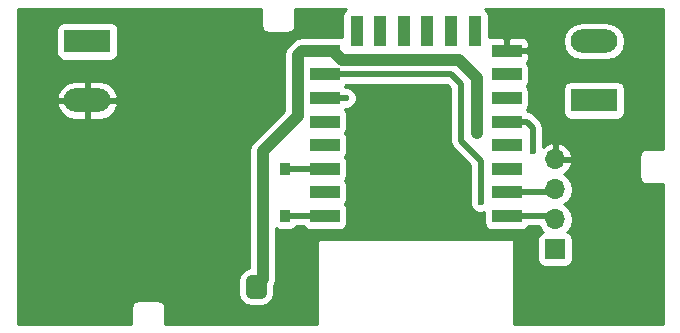
<source format=gbl>
G04 #@! TF.FileFunction,Copper,L2,Bot,Signal*
%FSLAX46Y46*%
G04 Gerber Fmt 4.6, Leading zero omitted, Abs format (unit mm)*
G04 Created by KiCad (PCBNEW 4.0.7) date 03/28/18 09:41:18*
%MOMM*%
%LPD*%
G01*
G04 APERTURE LIST*
%ADD10C,0.100000*%
%ADD11R,1.700000X1.700000*%
%ADD12O,1.700000X1.700000*%
%ADD13R,3.960000X1.980000*%
%ADD14O,3.960000X1.980000*%
%ADD15R,2.500000X1.100000*%
%ADD16R,1.100000X2.500000*%
%ADD17R,0.845000X1.000000*%
%ADD18C,0.600000*%
%ADD19C,0.500000*%
%ADD20C,0.250000*%
%ADD21C,0.300000*%
%ADD22C,0.200000*%
%ADD23C,1.000000*%
%ADD24C,0.254000*%
G04 APERTURE END LIST*
D10*
D11*
X130800000Y-115320000D03*
D12*
X130800000Y-112780000D03*
X130800000Y-110240000D03*
X130800000Y-107700000D03*
D13*
X91200000Y-97700000D03*
D14*
X91200000Y-102700000D03*
D13*
X134100000Y-102700000D03*
D14*
X134100000Y-97700000D03*
D15*
X111300000Y-112500000D03*
X111300000Y-110500000D03*
X111300000Y-108500000D03*
X111300000Y-106500000D03*
X111300000Y-104500000D03*
X111300000Y-102500000D03*
X111300000Y-100500000D03*
X111300000Y-98500000D03*
X126700000Y-98500000D03*
X126700000Y-100500000D03*
X126700000Y-102500000D03*
X126700000Y-104500000D03*
X126700000Y-106500000D03*
X126700000Y-108500000D03*
X126700000Y-110500000D03*
X126700000Y-112500000D03*
D16*
X113990000Y-96800000D03*
X115990000Y-96800000D03*
X117990000Y-96800000D03*
X119990000Y-96800000D03*
X121990000Y-96800000D03*
X123990000Y-96800000D03*
D17*
X107962500Y-112500000D03*
X106037500Y-112500000D03*
X107962500Y-108500000D03*
X106037500Y-108500000D03*
D18*
X97100000Y-113300000D03*
X97100000Y-114700000D03*
X98600000Y-113300000D03*
X100100000Y-113300000D03*
X98600000Y-114700000D03*
X100100000Y-114700000D03*
X85600000Y-99900000D03*
X98300000Y-102100000D03*
X99700000Y-102100000D03*
X99700000Y-100700000D03*
X98300000Y-100700000D03*
X99000000Y-101400000D03*
X85600000Y-97500000D03*
X92300000Y-121400000D03*
X99900000Y-121300000D03*
X102000000Y-121300000D03*
X104100000Y-121300000D03*
X106200000Y-121300000D03*
X108300000Y-121300000D03*
X94400000Y-121300000D03*
X98200000Y-121300000D03*
X85600000Y-121400000D03*
X139500000Y-97400000D03*
X139500000Y-102200000D03*
X139500000Y-95300000D03*
X139500000Y-99500000D03*
X139500000Y-106400000D03*
X139500000Y-104300000D03*
X130400000Y-95200000D03*
X128300000Y-95200000D03*
X134600000Y-95200000D03*
X132500000Y-95200000D03*
X136700000Y-95200000D03*
X126200000Y-95200000D03*
X139500000Y-119200000D03*
X139500000Y-117100000D03*
X139500000Y-112900000D03*
X139500000Y-115000000D03*
X139500000Y-110600000D03*
X85600000Y-104400000D03*
X85600000Y-106500000D03*
X85600000Y-108600000D03*
X85600000Y-110700000D03*
X85600000Y-119300000D03*
X85600000Y-117200000D03*
X85600000Y-115100000D03*
X85600000Y-113000000D03*
X88100000Y-121400000D03*
X90200000Y-121400000D03*
X129000000Y-121300000D03*
X131100000Y-121300000D03*
X139500000Y-121300000D03*
X133200000Y-121300000D03*
X135300000Y-121300000D03*
X137400000Y-121300000D03*
X110400000Y-115000000D03*
X127600000Y-121300000D03*
X127600000Y-119200000D03*
X127600000Y-117100000D03*
X127600000Y-115000000D03*
X126300000Y-114300000D03*
X124200000Y-114300000D03*
X122100000Y-114300000D03*
X120000000Y-114300000D03*
X117900000Y-114300000D03*
X115800000Y-114300000D03*
X113700000Y-114300000D03*
X111600000Y-114300000D03*
X109100000Y-95300000D03*
X112300000Y-95300000D03*
X89600000Y-95400000D03*
X87500000Y-95400000D03*
X100100000Y-95400000D03*
X102200000Y-95400000D03*
X93800000Y-95400000D03*
X91700000Y-95400000D03*
X98000000Y-95400000D03*
X95900000Y-95400000D03*
X105700000Y-95300000D03*
X85600000Y-102300000D03*
X85600000Y-95400000D03*
X104300000Y-95400000D03*
X100400000Y-107900000D03*
X104300000Y-109700000D03*
X104300000Y-113900000D03*
X102100000Y-111800000D03*
X109200000Y-116100000D03*
X106000000Y-102000000D03*
X106000000Y-100600000D03*
X107400000Y-102000000D03*
X107400000Y-100600000D03*
X106700000Y-101300000D03*
X124200000Y-105500000D03*
X105900000Y-119000000D03*
X105900000Y-118000000D03*
X105100000Y-118000000D03*
X105100000Y-119000000D03*
X124500000Y-111300000D03*
X128900000Y-107000000D03*
X113100000Y-102500000D03*
D19*
X94500000Y-102100000D02*
X105900000Y-102100000D01*
D20*
X91200000Y-102700000D02*
X93900000Y-102700000D01*
X93900000Y-102700000D02*
X94500000Y-102100000D01*
D21*
X98200000Y-121300000D02*
X98200000Y-120200000D01*
X98200000Y-120200000D02*
X97400000Y-119400000D01*
X97400000Y-119400000D02*
X94400000Y-119400000D01*
X94400000Y-119400000D02*
X94400000Y-121300000D01*
D19*
X98300000Y-102100000D02*
X98300000Y-100700000D01*
X99000000Y-101400000D02*
X98300000Y-100700000D01*
X98300000Y-100700000D02*
X99700000Y-100700000D01*
X99000000Y-101400000D02*
X99700000Y-102100000D01*
X99700000Y-100700000D02*
X99700000Y-102100000D01*
X99700000Y-102100000D02*
X98300000Y-102100000D01*
X99700000Y-100700000D02*
X98300000Y-102100000D01*
D22*
X94300000Y-121400000D02*
X94400000Y-121300000D01*
X85600000Y-121400000D02*
X94300000Y-121400000D01*
X139500000Y-106400000D02*
X139500000Y-105975736D01*
X139500000Y-105975736D02*
X139500000Y-95300000D01*
X139500000Y-119200000D02*
X139500000Y-118775736D01*
X139500000Y-118775736D02*
X139500000Y-110600000D01*
X129000000Y-121300000D02*
X139500000Y-121300000D01*
X127600000Y-115000000D02*
X127600000Y-121300000D01*
X126300000Y-114300000D02*
X125875736Y-114300000D01*
X125875736Y-114300000D02*
X124200000Y-114300000D01*
X111600000Y-114300000D02*
X124200000Y-114300000D01*
X110400000Y-114575736D02*
X110675736Y-114300000D01*
X110675736Y-114300000D02*
X111600000Y-114300000D01*
X110400000Y-115000000D02*
X110400000Y-114575736D01*
X108600000Y-97300000D02*
X109100000Y-96800000D01*
X109100000Y-96800000D02*
X109100000Y-95500000D01*
X106100000Y-97300000D02*
X108600000Y-97300000D01*
X105700000Y-96900000D02*
X106100000Y-97300000D01*
X105700000Y-95500000D02*
X105700000Y-96900000D01*
X104300000Y-95400000D02*
X85600000Y-95400000D01*
D19*
X105900000Y-102100000D02*
X106000000Y-102000000D01*
X106700000Y-101300000D02*
X106000000Y-100600000D01*
X107400000Y-100600000D02*
X107400000Y-102000000D01*
X106000000Y-100600000D02*
X107400000Y-100600000D01*
X106000000Y-102000000D02*
X106000000Y-100600000D01*
X107400000Y-102000000D02*
X106000000Y-102000000D01*
X106700000Y-101300000D02*
X107400000Y-102000000D01*
X107400000Y-100600000D02*
X106000000Y-102000000D01*
D23*
X105900000Y-119000000D02*
X105900000Y-118000000D01*
X105100000Y-119000000D02*
X105900000Y-119000000D01*
X105900000Y-118000000D02*
X105100000Y-118000000D01*
X105100000Y-118000000D02*
X105100000Y-119000000D01*
X124200000Y-105500000D02*
X124200000Y-100800000D01*
X124200000Y-100800000D02*
X122649999Y-99249999D01*
X122649999Y-99249999D02*
X112749999Y-99249999D01*
X112749999Y-99249999D02*
X112000000Y-98500000D01*
X106037500Y-108500000D02*
X106037500Y-112500000D01*
X109000000Y-98900000D02*
X109400000Y-98500000D01*
X109400000Y-98500000D02*
X112000000Y-98500000D01*
X109000000Y-104037500D02*
X109000000Y-98900000D01*
X106037500Y-108500000D02*
X106037500Y-107000000D01*
X106037500Y-107000000D02*
X109000000Y-104037500D01*
X106037500Y-112500000D02*
X106037500Y-117862500D01*
X106037500Y-117862500D02*
X105900000Y-118000000D01*
D19*
X112000000Y-100500000D02*
X122000000Y-100500000D01*
X122000000Y-100500000D02*
X122800000Y-101300000D01*
X122800000Y-101300000D02*
X122800000Y-106100000D01*
X122800000Y-106100000D02*
X124500000Y-107800000D01*
X124500000Y-107800000D02*
X124500000Y-111300000D01*
X126000000Y-112500000D02*
X130520000Y-112500000D01*
X130520000Y-112500000D02*
X130800000Y-112780000D01*
X126000000Y-110500000D02*
X130540000Y-110500000D01*
X130540000Y-110500000D02*
X130800000Y-110240000D01*
X107962500Y-112500000D02*
X112000000Y-112500000D01*
X107962500Y-108500000D02*
X112000000Y-108500000D01*
X128900000Y-107000000D02*
X128900000Y-105000000D01*
X128900000Y-105000000D02*
X128400000Y-104500000D01*
X128400000Y-104500000D02*
X126000000Y-104500000D01*
X113100000Y-102500000D02*
X112000000Y-102500000D01*
D24*
G36*
X105898000Y-96300000D02*
X105951437Y-96568644D01*
X106103611Y-96796389D01*
X106331356Y-96948563D01*
X106600000Y-97002000D01*
X108100000Y-97002000D01*
X108368644Y-96948563D01*
X108596389Y-96796389D01*
X108748563Y-96568644D01*
X108802000Y-96300000D01*
X108802000Y-95002000D01*
X113133733Y-95002000D01*
X112994247Y-95091757D01*
X112851083Y-95301283D01*
X112800717Y-95550000D01*
X112800717Y-97362450D01*
X112798717Y-97361083D01*
X112550000Y-97310717D01*
X110050000Y-97310717D01*
X109817648Y-97354437D01*
X109788800Y-97373000D01*
X109400000Y-97373000D01*
X109040270Y-97444555D01*
X108968715Y-97458788D01*
X108603090Y-97703091D01*
X108203091Y-98103091D01*
X107958788Y-98468716D01*
X107873000Y-98900000D01*
X107873000Y-103570681D01*
X105240591Y-106203091D01*
X104996288Y-106568716D01*
X104910500Y-107000000D01*
X104910500Y-116910694D01*
X104668716Y-116958788D01*
X104303091Y-117203091D01*
X104058788Y-117568716D01*
X103973000Y-118000000D01*
X103973000Y-119000000D01*
X104058788Y-119431284D01*
X104303091Y-119796909D01*
X104668716Y-120041212D01*
X105100000Y-120127000D01*
X105900000Y-120127000D01*
X106331284Y-120041212D01*
X106696909Y-119796909D01*
X106941212Y-119431284D01*
X107027000Y-119000000D01*
X107027000Y-118371177D01*
X107078712Y-118293784D01*
X107164500Y-117862500D01*
X107164500Y-113502289D01*
X107291283Y-113588917D01*
X107540000Y-113639283D01*
X108385000Y-113639283D01*
X108617352Y-113595563D01*
X108830753Y-113458243D01*
X108886264Y-113377000D01*
X109515341Y-113377000D01*
X109591757Y-113495753D01*
X109801283Y-113638917D01*
X110050000Y-113689283D01*
X112550000Y-113689283D01*
X112782352Y-113645563D01*
X112995753Y-113508243D01*
X113138917Y-113298717D01*
X113189283Y-113050000D01*
X113189283Y-111950000D01*
X113145563Y-111717648D01*
X113008243Y-111504247D01*
X113001590Y-111499701D01*
X113138917Y-111298717D01*
X113189283Y-111050000D01*
X113189283Y-109950000D01*
X113145563Y-109717648D01*
X113008243Y-109504247D01*
X113001590Y-109499701D01*
X113138917Y-109298717D01*
X113189283Y-109050000D01*
X113189283Y-107950000D01*
X113145563Y-107717648D01*
X113008243Y-107504247D01*
X113001590Y-107499701D01*
X113138917Y-107298717D01*
X113189283Y-107050000D01*
X113189283Y-105950000D01*
X113145563Y-105717648D01*
X113008243Y-105504247D01*
X113001590Y-105499701D01*
X113138917Y-105298717D01*
X113189283Y-105050000D01*
X113189283Y-103950000D01*
X113145563Y-103717648D01*
X113008243Y-103504247D01*
X113001590Y-103499701D01*
X113051293Y-103426958D01*
X113283583Y-103427161D01*
X113624417Y-103286331D01*
X113885414Y-103025789D01*
X114026839Y-102685201D01*
X114027161Y-102316417D01*
X113886331Y-101975583D01*
X113625789Y-101714586D01*
X113285201Y-101573161D01*
X113052457Y-101572958D01*
X113008243Y-101504247D01*
X113001590Y-101499701D01*
X113085428Y-101377000D01*
X121636734Y-101377000D01*
X121923000Y-101663266D01*
X121923000Y-106100000D01*
X121989758Y-106435613D01*
X122179867Y-106720133D01*
X123623000Y-108163266D01*
X123623000Y-110994774D01*
X123573161Y-111114799D01*
X123572839Y-111483583D01*
X123713669Y-111824417D01*
X123974211Y-112085414D01*
X124314799Y-112226839D01*
X124683583Y-112227161D01*
X124810717Y-112174630D01*
X124810717Y-113050000D01*
X124854437Y-113282352D01*
X124991757Y-113495753D01*
X125201283Y-113638917D01*
X125450000Y-113689283D01*
X127950000Y-113689283D01*
X128182352Y-113645563D01*
X128395753Y-113508243D01*
X128485428Y-113377000D01*
X129427727Y-113377000D01*
X129726667Y-113824397D01*
X129783120Y-113862118D01*
X129717648Y-113874437D01*
X129504247Y-114011757D01*
X129361083Y-114221283D01*
X129310717Y-114470000D01*
X129310717Y-116170000D01*
X129354437Y-116402352D01*
X129491757Y-116615753D01*
X129701283Y-116758917D01*
X129950000Y-116809283D01*
X131650000Y-116809283D01*
X131882352Y-116765563D01*
X132095753Y-116628243D01*
X132238917Y-116418717D01*
X132289283Y-116170000D01*
X132289283Y-114470000D01*
X132245563Y-114237648D01*
X132108243Y-114024247D01*
X131898717Y-113881083D01*
X131814131Y-113863954D01*
X131873333Y-113824397D01*
X132193506Y-113345223D01*
X132305936Y-112780000D01*
X132193506Y-112214777D01*
X131873333Y-111735603D01*
X131535693Y-111510000D01*
X131873333Y-111284397D01*
X132193506Y-110805223D01*
X132305936Y-110240000D01*
X132193506Y-109674777D01*
X131873333Y-109195603D01*
X131530061Y-108966236D01*
X131681358Y-108895183D01*
X132071645Y-108466924D01*
X132241476Y-108056890D01*
X132120155Y-107827000D01*
X130927000Y-107827000D01*
X130927000Y-107847000D01*
X130673000Y-107847000D01*
X130673000Y-107827000D01*
X130653000Y-107827000D01*
X130653000Y-107573000D01*
X130673000Y-107573000D01*
X130673000Y-106379181D01*
X130927000Y-106379181D01*
X130927000Y-107573000D01*
X132120155Y-107573000D01*
X132241476Y-107343110D01*
X132071645Y-106933076D01*
X131681358Y-106504817D01*
X131156892Y-106258514D01*
X130927000Y-106379181D01*
X130673000Y-106379181D01*
X130443108Y-106258514D01*
X129918642Y-106504817D01*
X129777000Y-106660240D01*
X129777000Y-105000005D01*
X129777001Y-105000000D01*
X129710242Y-104664387D01*
X129649072Y-104572839D01*
X129520133Y-104379867D01*
X129520130Y-104379865D01*
X129020133Y-103879867D01*
X128735613Y-103689758D01*
X128497085Y-103642312D01*
X128408243Y-103504247D01*
X128401590Y-103499701D01*
X128538917Y-103298717D01*
X128589283Y-103050000D01*
X128589283Y-101950000D01*
X128545563Y-101717648D01*
X128540642Y-101710000D01*
X131480717Y-101710000D01*
X131480717Y-103690000D01*
X131524437Y-103922352D01*
X131661757Y-104135753D01*
X131871283Y-104278917D01*
X132120000Y-104329283D01*
X136080000Y-104329283D01*
X136312352Y-104285563D01*
X136525753Y-104148243D01*
X136668917Y-103938717D01*
X136719283Y-103690000D01*
X136719283Y-101710000D01*
X136675563Y-101477648D01*
X136538243Y-101264247D01*
X136328717Y-101121083D01*
X136080000Y-101070717D01*
X132120000Y-101070717D01*
X131887648Y-101114437D01*
X131674247Y-101251757D01*
X131531083Y-101461283D01*
X131480717Y-101710000D01*
X128540642Y-101710000D01*
X128408243Y-101504247D01*
X128401590Y-101499701D01*
X128538917Y-101298717D01*
X128589283Y-101050000D01*
X128589283Y-99950000D01*
X128545563Y-99717648D01*
X128408243Y-99504247D01*
X128399650Y-99498376D01*
X128488327Y-99409699D01*
X128585000Y-99176310D01*
X128585000Y-98785750D01*
X128426250Y-98627000D01*
X126827000Y-98627000D01*
X126827000Y-98647000D01*
X126573000Y-98647000D01*
X126573000Y-98627000D01*
X126553000Y-98627000D01*
X126553000Y-98373000D01*
X126573000Y-98373000D01*
X126573000Y-97473750D01*
X126827000Y-97473750D01*
X126827000Y-98373000D01*
X128426250Y-98373000D01*
X128585000Y-98214250D01*
X128585000Y-97823690D01*
X128533766Y-97700000D01*
X131441926Y-97700000D01*
X131565013Y-98318799D01*
X131915534Y-98843392D01*
X132440127Y-99193913D01*
X133058926Y-99317000D01*
X135141074Y-99317000D01*
X135759873Y-99193913D01*
X136284466Y-98843392D01*
X136634987Y-98318799D01*
X136758074Y-97700000D01*
X136634987Y-97081201D01*
X136284466Y-96556608D01*
X135759873Y-96206087D01*
X135141074Y-96083000D01*
X133058926Y-96083000D01*
X132440127Y-96206087D01*
X131915534Y-96556608D01*
X131565013Y-97081201D01*
X131441926Y-97700000D01*
X128533766Y-97700000D01*
X128488327Y-97590301D01*
X128309698Y-97411673D01*
X128076309Y-97315000D01*
X126985750Y-97315000D01*
X126827000Y-97473750D01*
X126573000Y-97473750D01*
X126414250Y-97315000D01*
X125323691Y-97315000D01*
X125179283Y-97374816D01*
X125179283Y-95550000D01*
X125135563Y-95317648D01*
X124998243Y-95104247D01*
X124848601Y-95002000D01*
X139898000Y-95002000D01*
X139898000Y-106798000D01*
X138600000Y-106798000D01*
X138331356Y-106851437D01*
X138103611Y-107003611D01*
X137951437Y-107231356D01*
X137898000Y-107500000D01*
X137898000Y-109100000D01*
X137951437Y-109368644D01*
X138103611Y-109596389D01*
X138331356Y-109748563D01*
X138600000Y-109802000D01*
X139898000Y-109802000D01*
X139898000Y-121598000D01*
X127327000Y-121598000D01*
X127327000Y-114600000D01*
X127318315Y-114553841D01*
X127291035Y-114511447D01*
X127249410Y-114483006D01*
X127200000Y-114473000D01*
X110800000Y-114473000D01*
X110753841Y-114481685D01*
X110711447Y-114508965D01*
X110683006Y-114550590D01*
X110673000Y-114600000D01*
X110673000Y-121598000D01*
X97802000Y-121598000D01*
X97802000Y-120300000D01*
X97748563Y-120031356D01*
X97596389Y-119803611D01*
X97368644Y-119651437D01*
X97100000Y-119598000D01*
X95600000Y-119598000D01*
X95331356Y-119651437D01*
X95103611Y-119803611D01*
X94951437Y-120031356D01*
X94898000Y-120300000D01*
X94898000Y-121598000D01*
X85302000Y-121598000D01*
X85302000Y-103078865D01*
X88629782Y-103078865D01*
X88660095Y-103204528D01*
X88971149Y-103759246D01*
X89470807Y-104152703D01*
X90083000Y-104325000D01*
X91073000Y-104325000D01*
X91073000Y-102827000D01*
X91327000Y-102827000D01*
X91327000Y-104325000D01*
X92317000Y-104325000D01*
X92929193Y-104152703D01*
X93428851Y-103759246D01*
X93739905Y-103204528D01*
X93770218Y-103078865D01*
X93650740Y-102827000D01*
X91327000Y-102827000D01*
X91073000Y-102827000D01*
X88749260Y-102827000D01*
X88629782Y-103078865D01*
X85302000Y-103078865D01*
X85302000Y-102321135D01*
X88629782Y-102321135D01*
X88749260Y-102573000D01*
X91073000Y-102573000D01*
X91073000Y-101075000D01*
X91327000Y-101075000D01*
X91327000Y-102573000D01*
X93650740Y-102573000D01*
X93770218Y-102321135D01*
X93739905Y-102195472D01*
X93428851Y-101640754D01*
X92929193Y-101247297D01*
X92317000Y-101075000D01*
X91327000Y-101075000D01*
X91073000Y-101075000D01*
X90083000Y-101075000D01*
X89470807Y-101247297D01*
X88971149Y-101640754D01*
X88660095Y-102195472D01*
X88629782Y-102321135D01*
X85302000Y-102321135D01*
X85302000Y-96710000D01*
X88580717Y-96710000D01*
X88580717Y-98690000D01*
X88624437Y-98922352D01*
X88761757Y-99135753D01*
X88971283Y-99278917D01*
X89220000Y-99329283D01*
X93180000Y-99329283D01*
X93412352Y-99285563D01*
X93625753Y-99148243D01*
X93768917Y-98938717D01*
X93819283Y-98690000D01*
X93819283Y-96710000D01*
X93775563Y-96477648D01*
X93638243Y-96264247D01*
X93428717Y-96121083D01*
X93180000Y-96070717D01*
X89220000Y-96070717D01*
X88987648Y-96114437D01*
X88774247Y-96251757D01*
X88631083Y-96461283D01*
X88580717Y-96710000D01*
X85302000Y-96710000D01*
X85302000Y-95002000D01*
X105898000Y-95002000D01*
X105898000Y-96300000D01*
X105898000Y-96300000D01*
G37*
X105898000Y-96300000D02*
X105951437Y-96568644D01*
X106103611Y-96796389D01*
X106331356Y-96948563D01*
X106600000Y-97002000D01*
X108100000Y-97002000D01*
X108368644Y-96948563D01*
X108596389Y-96796389D01*
X108748563Y-96568644D01*
X108802000Y-96300000D01*
X108802000Y-95002000D01*
X113133733Y-95002000D01*
X112994247Y-95091757D01*
X112851083Y-95301283D01*
X112800717Y-95550000D01*
X112800717Y-97362450D01*
X112798717Y-97361083D01*
X112550000Y-97310717D01*
X110050000Y-97310717D01*
X109817648Y-97354437D01*
X109788800Y-97373000D01*
X109400000Y-97373000D01*
X109040270Y-97444555D01*
X108968715Y-97458788D01*
X108603090Y-97703091D01*
X108203091Y-98103091D01*
X107958788Y-98468716D01*
X107873000Y-98900000D01*
X107873000Y-103570681D01*
X105240591Y-106203091D01*
X104996288Y-106568716D01*
X104910500Y-107000000D01*
X104910500Y-116910694D01*
X104668716Y-116958788D01*
X104303091Y-117203091D01*
X104058788Y-117568716D01*
X103973000Y-118000000D01*
X103973000Y-119000000D01*
X104058788Y-119431284D01*
X104303091Y-119796909D01*
X104668716Y-120041212D01*
X105100000Y-120127000D01*
X105900000Y-120127000D01*
X106331284Y-120041212D01*
X106696909Y-119796909D01*
X106941212Y-119431284D01*
X107027000Y-119000000D01*
X107027000Y-118371177D01*
X107078712Y-118293784D01*
X107164500Y-117862500D01*
X107164500Y-113502289D01*
X107291283Y-113588917D01*
X107540000Y-113639283D01*
X108385000Y-113639283D01*
X108617352Y-113595563D01*
X108830753Y-113458243D01*
X108886264Y-113377000D01*
X109515341Y-113377000D01*
X109591757Y-113495753D01*
X109801283Y-113638917D01*
X110050000Y-113689283D01*
X112550000Y-113689283D01*
X112782352Y-113645563D01*
X112995753Y-113508243D01*
X113138917Y-113298717D01*
X113189283Y-113050000D01*
X113189283Y-111950000D01*
X113145563Y-111717648D01*
X113008243Y-111504247D01*
X113001590Y-111499701D01*
X113138917Y-111298717D01*
X113189283Y-111050000D01*
X113189283Y-109950000D01*
X113145563Y-109717648D01*
X113008243Y-109504247D01*
X113001590Y-109499701D01*
X113138917Y-109298717D01*
X113189283Y-109050000D01*
X113189283Y-107950000D01*
X113145563Y-107717648D01*
X113008243Y-107504247D01*
X113001590Y-107499701D01*
X113138917Y-107298717D01*
X113189283Y-107050000D01*
X113189283Y-105950000D01*
X113145563Y-105717648D01*
X113008243Y-105504247D01*
X113001590Y-105499701D01*
X113138917Y-105298717D01*
X113189283Y-105050000D01*
X113189283Y-103950000D01*
X113145563Y-103717648D01*
X113008243Y-103504247D01*
X113001590Y-103499701D01*
X113051293Y-103426958D01*
X113283583Y-103427161D01*
X113624417Y-103286331D01*
X113885414Y-103025789D01*
X114026839Y-102685201D01*
X114027161Y-102316417D01*
X113886331Y-101975583D01*
X113625789Y-101714586D01*
X113285201Y-101573161D01*
X113052457Y-101572958D01*
X113008243Y-101504247D01*
X113001590Y-101499701D01*
X113085428Y-101377000D01*
X121636734Y-101377000D01*
X121923000Y-101663266D01*
X121923000Y-106100000D01*
X121989758Y-106435613D01*
X122179867Y-106720133D01*
X123623000Y-108163266D01*
X123623000Y-110994774D01*
X123573161Y-111114799D01*
X123572839Y-111483583D01*
X123713669Y-111824417D01*
X123974211Y-112085414D01*
X124314799Y-112226839D01*
X124683583Y-112227161D01*
X124810717Y-112174630D01*
X124810717Y-113050000D01*
X124854437Y-113282352D01*
X124991757Y-113495753D01*
X125201283Y-113638917D01*
X125450000Y-113689283D01*
X127950000Y-113689283D01*
X128182352Y-113645563D01*
X128395753Y-113508243D01*
X128485428Y-113377000D01*
X129427727Y-113377000D01*
X129726667Y-113824397D01*
X129783120Y-113862118D01*
X129717648Y-113874437D01*
X129504247Y-114011757D01*
X129361083Y-114221283D01*
X129310717Y-114470000D01*
X129310717Y-116170000D01*
X129354437Y-116402352D01*
X129491757Y-116615753D01*
X129701283Y-116758917D01*
X129950000Y-116809283D01*
X131650000Y-116809283D01*
X131882352Y-116765563D01*
X132095753Y-116628243D01*
X132238917Y-116418717D01*
X132289283Y-116170000D01*
X132289283Y-114470000D01*
X132245563Y-114237648D01*
X132108243Y-114024247D01*
X131898717Y-113881083D01*
X131814131Y-113863954D01*
X131873333Y-113824397D01*
X132193506Y-113345223D01*
X132305936Y-112780000D01*
X132193506Y-112214777D01*
X131873333Y-111735603D01*
X131535693Y-111510000D01*
X131873333Y-111284397D01*
X132193506Y-110805223D01*
X132305936Y-110240000D01*
X132193506Y-109674777D01*
X131873333Y-109195603D01*
X131530061Y-108966236D01*
X131681358Y-108895183D01*
X132071645Y-108466924D01*
X132241476Y-108056890D01*
X132120155Y-107827000D01*
X130927000Y-107827000D01*
X130927000Y-107847000D01*
X130673000Y-107847000D01*
X130673000Y-107827000D01*
X130653000Y-107827000D01*
X130653000Y-107573000D01*
X130673000Y-107573000D01*
X130673000Y-106379181D01*
X130927000Y-106379181D01*
X130927000Y-107573000D01*
X132120155Y-107573000D01*
X132241476Y-107343110D01*
X132071645Y-106933076D01*
X131681358Y-106504817D01*
X131156892Y-106258514D01*
X130927000Y-106379181D01*
X130673000Y-106379181D01*
X130443108Y-106258514D01*
X129918642Y-106504817D01*
X129777000Y-106660240D01*
X129777000Y-105000005D01*
X129777001Y-105000000D01*
X129710242Y-104664387D01*
X129649072Y-104572839D01*
X129520133Y-104379867D01*
X129520130Y-104379865D01*
X129020133Y-103879867D01*
X128735613Y-103689758D01*
X128497085Y-103642312D01*
X128408243Y-103504247D01*
X128401590Y-103499701D01*
X128538917Y-103298717D01*
X128589283Y-103050000D01*
X128589283Y-101950000D01*
X128545563Y-101717648D01*
X128540642Y-101710000D01*
X131480717Y-101710000D01*
X131480717Y-103690000D01*
X131524437Y-103922352D01*
X131661757Y-104135753D01*
X131871283Y-104278917D01*
X132120000Y-104329283D01*
X136080000Y-104329283D01*
X136312352Y-104285563D01*
X136525753Y-104148243D01*
X136668917Y-103938717D01*
X136719283Y-103690000D01*
X136719283Y-101710000D01*
X136675563Y-101477648D01*
X136538243Y-101264247D01*
X136328717Y-101121083D01*
X136080000Y-101070717D01*
X132120000Y-101070717D01*
X131887648Y-101114437D01*
X131674247Y-101251757D01*
X131531083Y-101461283D01*
X131480717Y-101710000D01*
X128540642Y-101710000D01*
X128408243Y-101504247D01*
X128401590Y-101499701D01*
X128538917Y-101298717D01*
X128589283Y-101050000D01*
X128589283Y-99950000D01*
X128545563Y-99717648D01*
X128408243Y-99504247D01*
X128399650Y-99498376D01*
X128488327Y-99409699D01*
X128585000Y-99176310D01*
X128585000Y-98785750D01*
X128426250Y-98627000D01*
X126827000Y-98627000D01*
X126827000Y-98647000D01*
X126573000Y-98647000D01*
X126573000Y-98627000D01*
X126553000Y-98627000D01*
X126553000Y-98373000D01*
X126573000Y-98373000D01*
X126573000Y-97473750D01*
X126827000Y-97473750D01*
X126827000Y-98373000D01*
X128426250Y-98373000D01*
X128585000Y-98214250D01*
X128585000Y-97823690D01*
X128533766Y-97700000D01*
X131441926Y-97700000D01*
X131565013Y-98318799D01*
X131915534Y-98843392D01*
X132440127Y-99193913D01*
X133058926Y-99317000D01*
X135141074Y-99317000D01*
X135759873Y-99193913D01*
X136284466Y-98843392D01*
X136634987Y-98318799D01*
X136758074Y-97700000D01*
X136634987Y-97081201D01*
X136284466Y-96556608D01*
X135759873Y-96206087D01*
X135141074Y-96083000D01*
X133058926Y-96083000D01*
X132440127Y-96206087D01*
X131915534Y-96556608D01*
X131565013Y-97081201D01*
X131441926Y-97700000D01*
X128533766Y-97700000D01*
X128488327Y-97590301D01*
X128309698Y-97411673D01*
X128076309Y-97315000D01*
X126985750Y-97315000D01*
X126827000Y-97473750D01*
X126573000Y-97473750D01*
X126414250Y-97315000D01*
X125323691Y-97315000D01*
X125179283Y-97374816D01*
X125179283Y-95550000D01*
X125135563Y-95317648D01*
X124998243Y-95104247D01*
X124848601Y-95002000D01*
X139898000Y-95002000D01*
X139898000Y-106798000D01*
X138600000Y-106798000D01*
X138331356Y-106851437D01*
X138103611Y-107003611D01*
X137951437Y-107231356D01*
X137898000Y-107500000D01*
X137898000Y-109100000D01*
X137951437Y-109368644D01*
X138103611Y-109596389D01*
X138331356Y-109748563D01*
X138600000Y-109802000D01*
X139898000Y-109802000D01*
X139898000Y-121598000D01*
X127327000Y-121598000D01*
X127327000Y-114600000D01*
X127318315Y-114553841D01*
X127291035Y-114511447D01*
X127249410Y-114483006D01*
X127200000Y-114473000D01*
X110800000Y-114473000D01*
X110753841Y-114481685D01*
X110711447Y-114508965D01*
X110683006Y-114550590D01*
X110673000Y-114600000D01*
X110673000Y-121598000D01*
X97802000Y-121598000D01*
X97802000Y-120300000D01*
X97748563Y-120031356D01*
X97596389Y-119803611D01*
X97368644Y-119651437D01*
X97100000Y-119598000D01*
X95600000Y-119598000D01*
X95331356Y-119651437D01*
X95103611Y-119803611D01*
X94951437Y-120031356D01*
X94898000Y-120300000D01*
X94898000Y-121598000D01*
X85302000Y-121598000D01*
X85302000Y-103078865D01*
X88629782Y-103078865D01*
X88660095Y-103204528D01*
X88971149Y-103759246D01*
X89470807Y-104152703D01*
X90083000Y-104325000D01*
X91073000Y-104325000D01*
X91073000Y-102827000D01*
X91327000Y-102827000D01*
X91327000Y-104325000D01*
X92317000Y-104325000D01*
X92929193Y-104152703D01*
X93428851Y-103759246D01*
X93739905Y-103204528D01*
X93770218Y-103078865D01*
X93650740Y-102827000D01*
X91327000Y-102827000D01*
X91073000Y-102827000D01*
X88749260Y-102827000D01*
X88629782Y-103078865D01*
X85302000Y-103078865D01*
X85302000Y-102321135D01*
X88629782Y-102321135D01*
X88749260Y-102573000D01*
X91073000Y-102573000D01*
X91073000Y-101075000D01*
X91327000Y-101075000D01*
X91327000Y-102573000D01*
X93650740Y-102573000D01*
X93770218Y-102321135D01*
X93739905Y-102195472D01*
X93428851Y-101640754D01*
X92929193Y-101247297D01*
X92317000Y-101075000D01*
X91327000Y-101075000D01*
X91073000Y-101075000D01*
X90083000Y-101075000D01*
X89470807Y-101247297D01*
X88971149Y-101640754D01*
X88660095Y-102195472D01*
X88629782Y-102321135D01*
X85302000Y-102321135D01*
X85302000Y-96710000D01*
X88580717Y-96710000D01*
X88580717Y-98690000D01*
X88624437Y-98922352D01*
X88761757Y-99135753D01*
X88971283Y-99278917D01*
X89220000Y-99329283D01*
X93180000Y-99329283D01*
X93412352Y-99285563D01*
X93625753Y-99148243D01*
X93768917Y-98938717D01*
X93819283Y-98690000D01*
X93819283Y-96710000D01*
X93775563Y-96477648D01*
X93638243Y-96264247D01*
X93428717Y-96121083D01*
X93180000Y-96070717D01*
X89220000Y-96070717D01*
X88987648Y-96114437D01*
X88774247Y-96251757D01*
X88631083Y-96461283D01*
X88580717Y-96710000D01*
X85302000Y-96710000D01*
X85302000Y-95002000D01*
X105898000Y-95002000D01*
X105898000Y-96300000D01*
M02*

</source>
